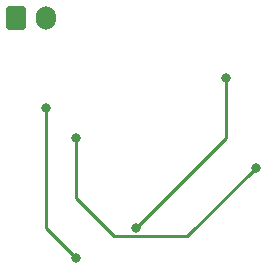
<source format=gbr>
%TF.GenerationSoftware,KiCad,Pcbnew,7.0.8*%
%TF.CreationDate,2023-10-28T09:33:15-07:00*%
%TF.ProjectId,lab2 KiCad,6c616232-204b-4694-9361-642e6b696361,rev?*%
%TF.SameCoordinates,Original*%
%TF.FileFunction,Copper,L2,Bot*%
%TF.FilePolarity,Positive*%
%FSLAX46Y46*%
G04 Gerber Fmt 4.6, Leading zero omitted, Abs format (unit mm)*
G04 Created by KiCad (PCBNEW 7.0.8) date 2023-10-28 09:33:15*
%MOMM*%
%LPD*%
G01*
G04 APERTURE LIST*
G04 Aperture macros list*
%AMRoundRect*
0 Rectangle with rounded corners*
0 $1 Rounding radius*
0 $2 $3 $4 $5 $6 $7 $8 $9 X,Y pos of 4 corners*
0 Add a 4 corners polygon primitive as box body*
4,1,4,$2,$3,$4,$5,$6,$7,$8,$9,$2,$3,0*
0 Add four circle primitives for the rounded corners*
1,1,$1+$1,$2,$3*
1,1,$1+$1,$4,$5*
1,1,$1+$1,$6,$7*
1,1,$1+$1,$8,$9*
0 Add four rect primitives between the rounded corners*
20,1,$1+$1,$2,$3,$4,$5,0*
20,1,$1+$1,$4,$5,$6,$7,0*
20,1,$1+$1,$6,$7,$8,$9,0*
20,1,$1+$1,$8,$9,$2,$3,0*%
G04 Aperture macros list end*
%TA.AperFunction,ComponentPad*%
%ADD10RoundRect,0.250000X-0.600000X-0.750000X0.600000X-0.750000X0.600000X0.750000X-0.600000X0.750000X0*%
%TD*%
%TA.AperFunction,ComponentPad*%
%ADD11O,1.700000X2.000000*%
%TD*%
%TA.AperFunction,ViaPad*%
%ADD12C,0.800000*%
%TD*%
%TA.AperFunction,Conductor*%
%ADD13C,0.250000*%
%TD*%
G04 APERTURE END LIST*
D10*
%TO.P,J1,1,Pin_1*%
%TO.N,+9V*%
X170220000Y-96520000D03*
D11*
%TO.P,J1,2,Pin_2*%
%TO.N,GND*%
X172720000Y-96520000D03*
%TD*%
D12*
%TO.N,/pin_2*%
X175260000Y-106680000D03*
X190500000Y-109220000D03*
%TO.N,Net-(U1-CV)*%
X175260000Y-116840000D03*
X172720000Y-104140000D03*
%TO.N,+9V*%
X180340000Y-114300000D03*
X187960000Y-101600000D03*
%TD*%
D13*
%TO.N,/pin_2*%
X190500000Y-109220000D02*
X184695000Y-115025000D01*
X175260000Y-111760000D02*
X175260000Y-106680000D01*
X184695000Y-115025000D02*
X178525000Y-115025000D01*
X178525000Y-115025000D02*
X175260000Y-111760000D01*
%TO.N,Net-(U1-CV)*%
X172720000Y-114300000D02*
X172720000Y-104140000D01*
X175260000Y-116840000D02*
X172720000Y-114300000D01*
%TO.N,+9V*%
X187960000Y-106680000D02*
X180340000Y-114300000D01*
X187960000Y-101600000D02*
X187960000Y-106680000D01*
%TD*%
M02*

</source>
